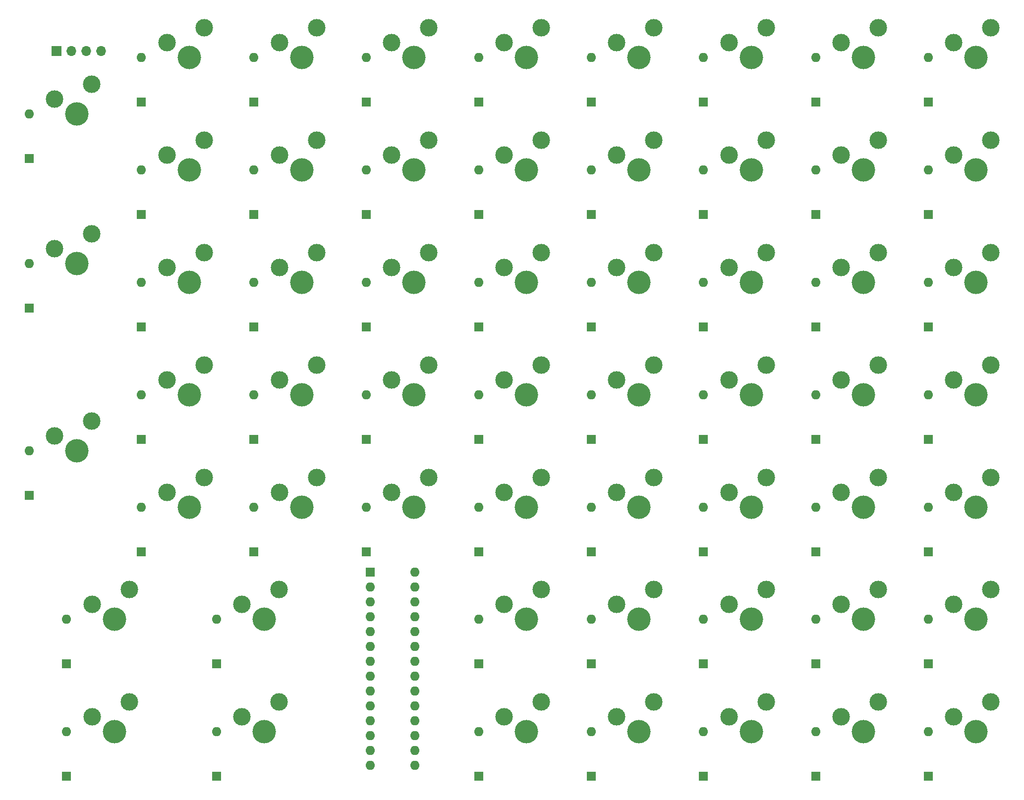
<source format=gbr>
%TF.GenerationSoftware,KiCad,Pcbnew,5.1.10-88a1d61d58~88~ubuntu20.04.1*%
%TF.CreationDate,2021-05-05T16:29:45+01:00*%
%TF.ProjectId,right_side,72696768-745f-4736-9964-652e6b696361,rev?*%
%TF.SameCoordinates,Original*%
%TF.FileFunction,Soldermask,Top*%
%TF.FilePolarity,Negative*%
%FSLAX46Y46*%
G04 Gerber Fmt 4.6, Leading zero omitted, Abs format (unit mm)*
G04 Created by KiCad (PCBNEW 5.1.10-88a1d61d58~88~ubuntu20.04.1) date 2021-05-05 16:29:45*
%MOMM*%
%LPD*%
G01*
G04 APERTURE LIST*
%ADD10C,3.000000*%
%ADD11C,4.000000*%
%ADD12O,1.600000X1.600000*%
%ADD13R,1.600000X1.600000*%
%ADD14O,1.700000X1.700000*%
%ADD15R,1.700000X1.700000*%
G04 APERTURE END LIST*
D10*
%TO.C,SW0x8*%
X24990000Y117740000D03*
X31340000Y120280000D03*
D11*
X28800000Y115200000D03*
%TD*%
D10*
%TO.C,SW6x12*%
X101790000Y2540000D03*
X108140000Y5080000D03*
D11*
X105600000Y0D03*
%TD*%
D12*
%TO.C,D0x7*%
X1440000Y105600000D03*
D13*
X1440000Y97980000D03*
%TD*%
D12*
%TO.C,D0x8*%
X20640000Y115200000D03*
D13*
X20640000Y107580000D03*
%TD*%
D12*
%TO.C,D0x9*%
X39840000Y115200000D03*
D13*
X39840000Y107580000D03*
%TD*%
D12*
%TO.C,D0x10*%
X59040000Y115200000D03*
D13*
X59040000Y107580000D03*
%TD*%
D12*
%TO.C,D0x11*%
X78240000Y115200000D03*
D13*
X78240000Y107580000D03*
%TD*%
D12*
%TO.C,D0x12*%
X97440000Y115200000D03*
D13*
X97440000Y107580000D03*
%TD*%
D12*
%TO.C,D0x13*%
X116640000Y115200000D03*
D13*
X116640000Y107580000D03*
%TD*%
D12*
%TO.C,D0x14*%
X135840000Y115200000D03*
D13*
X135840000Y107580000D03*
%TD*%
D12*
%TO.C,D0x15*%
X155040000Y115200000D03*
D13*
X155040000Y107580000D03*
%TD*%
D12*
%TO.C,D1x7*%
X1440000Y80000000D03*
D13*
X1440000Y72380000D03*
%TD*%
D12*
%TO.C,D1x8*%
X20640000Y96000000D03*
D13*
X20640000Y88380000D03*
%TD*%
D12*
%TO.C,D1x9*%
X39840000Y96000000D03*
D13*
X39840000Y88380000D03*
%TD*%
D12*
%TO.C,D1x10*%
X59040000Y96000000D03*
D13*
X59040000Y88380000D03*
%TD*%
D12*
%TO.C,D1x11*%
X78240000Y96000000D03*
D13*
X78240000Y88380000D03*
%TD*%
D12*
%TO.C,D1x12*%
X97440000Y96000000D03*
D13*
X97440000Y88380000D03*
%TD*%
D12*
%TO.C,D1x13*%
X116640000Y96000000D03*
D13*
X116640000Y88380000D03*
%TD*%
D12*
%TO.C,D1x14*%
X135840000Y96000000D03*
D13*
X135840000Y88380000D03*
%TD*%
D12*
%TO.C,D1x15*%
X155040000Y96000000D03*
D13*
X155040000Y88380000D03*
%TD*%
D12*
%TO.C,D2x7*%
X1440000Y48000000D03*
D13*
X1440000Y40380000D03*
%TD*%
D12*
%TO.C,D2x8*%
X20640000Y76800000D03*
D13*
X20640000Y69180000D03*
%TD*%
D12*
%TO.C,D2x9*%
X39840000Y76800000D03*
D13*
X39840000Y69180000D03*
%TD*%
D12*
%TO.C,D2x10*%
X59040000Y76800000D03*
D13*
X59040000Y69180000D03*
%TD*%
D12*
%TO.C,D2x11*%
X78240000Y76800000D03*
D13*
X78240000Y69180000D03*
%TD*%
D12*
%TO.C,D2x12*%
X97440000Y76800000D03*
D13*
X97440000Y69180000D03*
%TD*%
D12*
%TO.C,D2x13*%
X116640000Y76800000D03*
D13*
X116640000Y69180000D03*
%TD*%
D12*
%TO.C,D2x14*%
X135840000Y76800000D03*
D13*
X135840000Y69180000D03*
%TD*%
D12*
%TO.C,D2x15*%
X155040000Y76800000D03*
D13*
X155040000Y69180000D03*
%TD*%
D12*
%TO.C,D3x8*%
X20640000Y57600000D03*
D13*
X20640000Y49980000D03*
%TD*%
D12*
%TO.C,D3x9*%
X39840000Y57600000D03*
D13*
X39840000Y49980000D03*
%TD*%
D12*
%TO.C,D3x10*%
X59040000Y57600000D03*
D13*
X59040000Y49980000D03*
%TD*%
D12*
%TO.C,D3x11*%
X78240000Y57600000D03*
D13*
X78240000Y49980000D03*
%TD*%
D12*
%TO.C,D3x12*%
X97440000Y57600000D03*
D13*
X97440000Y49980000D03*
%TD*%
D12*
%TO.C,D3x13*%
X116640000Y57600000D03*
D13*
X116640000Y49980000D03*
%TD*%
D12*
%TO.C,D3x14*%
X135840000Y57600000D03*
D13*
X135840000Y49980000D03*
%TD*%
D12*
%TO.C,D3x15*%
X155040000Y57600000D03*
D13*
X155040000Y49980000D03*
%TD*%
D12*
%TO.C,D4x8*%
X20640000Y38400000D03*
D13*
X20640000Y30780000D03*
%TD*%
D12*
%TO.C,D4x9*%
X39840000Y38400000D03*
D13*
X39840000Y30780000D03*
%TD*%
D12*
%TO.C,D4x10*%
X59040000Y38400000D03*
D13*
X59040000Y30780000D03*
%TD*%
D12*
%TO.C,D4x11*%
X78240000Y38400000D03*
D13*
X78240000Y30780000D03*
%TD*%
D12*
%TO.C,D4x12*%
X97440000Y38400000D03*
D13*
X97440000Y30780000D03*
%TD*%
D12*
%TO.C,D4x13*%
X116640000Y38400000D03*
D13*
X116640000Y30780000D03*
%TD*%
D12*
%TO.C,D4x14*%
X135840000Y38400000D03*
D13*
X135840000Y30780000D03*
%TD*%
D12*
%TO.C,D4x15*%
X155040000Y38400000D03*
D13*
X155040000Y30780000D03*
%TD*%
D12*
%TO.C,D5x7*%
X7840000Y19200000D03*
D13*
X7840000Y11580000D03*
%TD*%
D12*
%TO.C,D5x9*%
X33440000Y19200000D03*
D13*
X33440000Y11580000D03*
%TD*%
D12*
%TO.C,D5x11*%
X78240000Y19200000D03*
D13*
X78240000Y11580000D03*
%TD*%
D12*
%TO.C,D5x12*%
X97440000Y19200000D03*
D13*
X97440000Y11580000D03*
%TD*%
D12*
%TO.C,D5x13*%
X116640000Y19200000D03*
D13*
X116640000Y11580000D03*
%TD*%
D12*
%TO.C,D5x14*%
X135840000Y19200000D03*
D13*
X135840000Y11580000D03*
%TD*%
D12*
%TO.C,D5x15*%
X155040000Y19200000D03*
D13*
X155040000Y11580000D03*
%TD*%
D12*
%TO.C,D6x7*%
X7840000Y0D03*
D13*
X7840000Y-7620000D03*
%TD*%
D12*
%TO.C,D6x9*%
X33440000Y0D03*
D13*
X33440000Y-7620000D03*
%TD*%
D12*
%TO.C,D6x11*%
X78240000Y0D03*
D13*
X78240000Y-7620000D03*
%TD*%
D12*
%TO.C,D6x12*%
X97440000Y0D03*
D13*
X97440000Y-7620000D03*
%TD*%
D12*
%TO.C,D6x13*%
X116640000Y0D03*
D13*
X116640000Y-7620000D03*
%TD*%
D12*
%TO.C,D6x14*%
X135840000Y0D03*
D13*
X135840000Y-7620000D03*
%TD*%
D12*
%TO.C,D6x15*%
X155040000Y0D03*
D13*
X155040000Y-7620000D03*
%TD*%
D14*
%TO.C,J1*%
X13716000Y116332000D03*
X11176000Y116332000D03*
X8636000Y116332000D03*
D15*
X6096000Y116332000D03*
%TD*%
D10*
%TO.C,SW0x7*%
X5790000Y108140000D03*
X12140000Y110680000D03*
D11*
X9600000Y105600000D03*
%TD*%
D10*
%TO.C,SW0x9*%
X44190000Y117740000D03*
X50540000Y120280000D03*
D11*
X48000000Y115200000D03*
%TD*%
D10*
%TO.C,SW0x10*%
X63390000Y117740000D03*
X69740000Y120280000D03*
D11*
X67200000Y115200000D03*
%TD*%
D10*
%TO.C,SW0x11*%
X82590000Y117740000D03*
X88940000Y120280000D03*
D11*
X86400000Y115200000D03*
%TD*%
D10*
%TO.C,SW0x12*%
X101790000Y117740000D03*
X108140000Y120280000D03*
D11*
X105600000Y115200000D03*
%TD*%
D10*
%TO.C,SW0x13*%
X120990000Y117740000D03*
X127340000Y120280000D03*
D11*
X124800000Y115200000D03*
%TD*%
D10*
%TO.C,SW0x14*%
X140190000Y117740000D03*
X146540000Y120280000D03*
D11*
X144000000Y115200000D03*
%TD*%
D10*
%TO.C,SW0x15*%
X159390000Y117740000D03*
X165740000Y120280000D03*
D11*
X163200000Y115200000D03*
%TD*%
D10*
%TO.C,SW1x7*%
X5790000Y82540000D03*
X12140000Y85080000D03*
D11*
X9600000Y80000000D03*
%TD*%
D10*
%TO.C,SW1x8*%
X24990000Y98540000D03*
X31340000Y101080000D03*
D11*
X28800000Y96000000D03*
%TD*%
D10*
%TO.C,SW1x9*%
X44190000Y98540000D03*
X50540000Y101080000D03*
D11*
X48000000Y96000000D03*
%TD*%
D10*
%TO.C,SW1x10*%
X63390000Y98540000D03*
X69740000Y101080000D03*
D11*
X67200000Y96000000D03*
%TD*%
D10*
%TO.C,SW1x11*%
X82590000Y98540000D03*
X88940000Y101080000D03*
D11*
X86400000Y96000000D03*
%TD*%
D10*
%TO.C,SW1x12*%
X101790000Y98540000D03*
X108140000Y101080000D03*
D11*
X105600000Y96000000D03*
%TD*%
D10*
%TO.C,SW1x13*%
X120990000Y98540000D03*
X127340000Y101080000D03*
D11*
X124800000Y96000000D03*
%TD*%
D10*
%TO.C,SW1x14*%
X140190000Y98540000D03*
X146540000Y101080000D03*
D11*
X144000000Y96000000D03*
%TD*%
D10*
%TO.C,SW1x15*%
X159390000Y98540000D03*
X165740000Y101080000D03*
D11*
X163200000Y96000000D03*
%TD*%
D10*
%TO.C,SW2x7*%
X5790000Y50540000D03*
X12140000Y53080000D03*
D11*
X9600000Y48000000D03*
%TD*%
D10*
%TO.C,SW2x8*%
X24990000Y79340000D03*
X31340000Y81880000D03*
D11*
X28800000Y76800000D03*
%TD*%
D10*
%TO.C,SW2x9*%
X44190000Y79340000D03*
X50540000Y81880000D03*
D11*
X48000000Y76800000D03*
%TD*%
D10*
%TO.C,SW2x10*%
X63390000Y79340000D03*
X69740000Y81880000D03*
D11*
X67200000Y76800000D03*
%TD*%
D10*
%TO.C,SW2x11*%
X82590000Y79340000D03*
X88940000Y81880000D03*
D11*
X86400000Y76800000D03*
%TD*%
D10*
%TO.C,SW2x12*%
X101790000Y79340000D03*
X108140000Y81880000D03*
D11*
X105600000Y76800000D03*
%TD*%
D10*
%TO.C,SW2x13*%
X120990000Y79340000D03*
X127340000Y81880000D03*
D11*
X124800000Y76800000D03*
%TD*%
D10*
%TO.C,SW2x14*%
X140190000Y79340000D03*
X146540000Y81880000D03*
D11*
X144000000Y76800000D03*
%TD*%
D10*
%TO.C,SW2x15*%
X159390000Y79340000D03*
X165740000Y81880000D03*
D11*
X163200000Y76800000D03*
%TD*%
D10*
%TO.C,SW3x8*%
X24990000Y60140000D03*
X31340000Y62680000D03*
D11*
X28800000Y57600000D03*
%TD*%
D10*
%TO.C,SW3x9*%
X44190000Y60140000D03*
X50540000Y62680000D03*
D11*
X48000000Y57600000D03*
%TD*%
D10*
%TO.C,SW3x10*%
X63390000Y60140000D03*
X69740000Y62680000D03*
D11*
X67200000Y57600000D03*
%TD*%
D10*
%TO.C,SW3x11*%
X82590000Y60140000D03*
X88940000Y62680000D03*
D11*
X86400000Y57600000D03*
%TD*%
D10*
%TO.C,SW3x12*%
X101790000Y60140000D03*
X108140000Y62680000D03*
D11*
X105600000Y57600000D03*
%TD*%
D10*
%TO.C,SW3x13*%
X120990000Y60140000D03*
X127340000Y62680000D03*
D11*
X124800000Y57600000D03*
%TD*%
D10*
%TO.C,SW3x14*%
X140190000Y60140000D03*
X146540000Y62680000D03*
D11*
X144000000Y57600000D03*
%TD*%
D10*
%TO.C,SW3x15*%
X159390000Y60140000D03*
X165740000Y62680000D03*
D11*
X163200000Y57600000D03*
%TD*%
D10*
%TO.C,SW4x8*%
X24990000Y40940000D03*
X31340000Y43480000D03*
D11*
X28800000Y38400000D03*
%TD*%
D10*
%TO.C,SW4x9*%
X44190000Y40940000D03*
X50540000Y43480000D03*
D11*
X48000000Y38400000D03*
%TD*%
D10*
%TO.C,SW4x10*%
X63390000Y40940000D03*
X69740000Y43480000D03*
D11*
X67200000Y38400000D03*
%TD*%
D10*
%TO.C,SW4x11*%
X82590000Y40940000D03*
X88940000Y43480000D03*
D11*
X86400000Y38400000D03*
%TD*%
D10*
%TO.C,SW4x12*%
X101790000Y40940000D03*
X108140000Y43480000D03*
D11*
X105600000Y38400000D03*
%TD*%
D10*
%TO.C,SW4x13*%
X120990000Y40940000D03*
X127340000Y43480000D03*
D11*
X124800000Y38400000D03*
%TD*%
D10*
%TO.C,SW4x14*%
X140190000Y40940000D03*
X146540000Y43480000D03*
D11*
X144000000Y38400000D03*
%TD*%
D10*
%TO.C,SW4x15*%
X159390000Y40940000D03*
X165740000Y43480000D03*
D11*
X163200000Y38400000D03*
%TD*%
D10*
%TO.C,SW5x7*%
X12190000Y21740000D03*
X18540000Y24280000D03*
D11*
X16000000Y19200000D03*
%TD*%
D10*
%TO.C,SW5x9*%
X37790000Y21740000D03*
X44140000Y24280000D03*
D11*
X41600000Y19200000D03*
%TD*%
D10*
%TO.C,SW5x11*%
X82590000Y21740000D03*
X88940000Y24280000D03*
D11*
X86400000Y19200000D03*
%TD*%
D10*
%TO.C,SW5x12*%
X101790000Y21740000D03*
X108140000Y24280000D03*
D11*
X105600000Y19200000D03*
%TD*%
D10*
%TO.C,SW5x13*%
X120990000Y21740000D03*
X127340000Y24280000D03*
D11*
X124800000Y19200000D03*
%TD*%
D10*
%TO.C,SW5x14*%
X140190000Y21740000D03*
X146540000Y24280000D03*
D11*
X144000000Y19200000D03*
%TD*%
D10*
%TO.C,SW5x15*%
X159390000Y21740000D03*
X165740000Y24280000D03*
D11*
X163200000Y19200000D03*
%TD*%
D10*
%TO.C,SW6x7*%
X12190000Y2540000D03*
X18540000Y5080000D03*
D11*
X16000000Y0D03*
%TD*%
D10*
%TO.C,SW6x9*%
X37790000Y2540000D03*
X44140000Y5080000D03*
D11*
X41600000Y0D03*
%TD*%
D10*
%TO.C,SW6x11*%
X82590000Y2540000D03*
X88940000Y5080000D03*
D11*
X86400000Y0D03*
%TD*%
D10*
%TO.C,SW6x13*%
X120990000Y2540000D03*
X127340000Y5080000D03*
D11*
X124800000Y0D03*
%TD*%
D10*
%TO.C,SW6x14*%
X140190000Y2540000D03*
X146540000Y5080000D03*
D11*
X144000000Y0D03*
%TD*%
D10*
%TO.C,SW6x15*%
X159390000Y2540000D03*
X165740000Y5080000D03*
D11*
X163200000Y0D03*
%TD*%
D12*
%TO.C,U1*%
X67310000Y27305000D03*
X59690000Y-5715000D03*
X67310000Y24765000D03*
X59690000Y-3175000D03*
X67310000Y22225000D03*
X59690000Y-635000D03*
X67310000Y19685000D03*
X59690000Y1905000D03*
X67310000Y17145000D03*
X59690000Y4445000D03*
X67310000Y14605000D03*
X59690000Y6985000D03*
X67310000Y12065000D03*
X59690000Y9525000D03*
X67310000Y9525000D03*
X59690000Y12065000D03*
X67310000Y6985000D03*
X59690000Y14605000D03*
X67310000Y4445000D03*
X59690000Y17145000D03*
X67310000Y1905000D03*
X59690000Y19685000D03*
X67310000Y-635000D03*
X59690000Y22225000D03*
X67310000Y-3175000D03*
X59690000Y24765000D03*
X67310000Y-5715000D03*
D13*
X59690000Y27305000D03*
%TD*%
M02*

</source>
